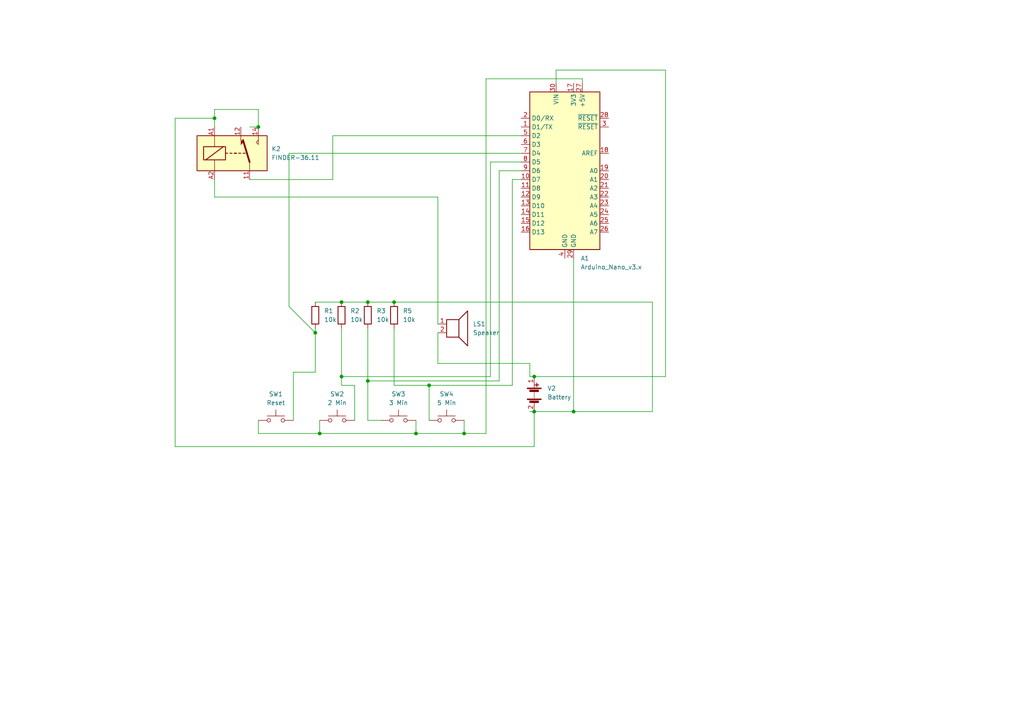
<source format=kicad_sch>
(kicad_sch (version 20211123) (generator eeschema)
  (paper "A4")
  (title_block (date "sam. 04 avril 2015"))
  (lib_symbols
    (symbol "Device:Battery" (pin_names (offset 0) hide)
      (property "Reference" "BT" (at 2.54 2.54 0))
      (property "Value" "Battery" (at 2.54 0 0))
      (symbol "Battery_0_1"
        (rectangle (start -2.032 -1.397) (end 2.032 -1.651) (fill (type outline)))
        (rectangle (start -2.032 1.778) (end 2.032 1.524) (fill (type outline)))
        (rectangle (start -1.3208 -1.9812) (end 1.27 -2.4892) (fill (type outline)))
        (rectangle (start -1.3208 1.1938) (end 1.27 0.6858) (fill (type outline)))
        (polyline (pts (xy 0 -1.524) (xy 0 -1.27)))
        (polyline (pts (xy 0 -1.016) (xy 0 -0.762)))
        (polyline (pts (xy 0 -0.508) (xy 0 -0.254)))
        (polyline (pts (xy 0 0) (xy 0 0.254)))
        (polyline (pts (xy 0 0.508) (xy 0 0.762)))
        (polyline (pts (xy 0 1.778) (xy 0 2.54)))
        (polyline (pts (xy 0.254 2.667) (xy 1.27 2.667)) (stroke (width 0.254)))
        (polyline (pts (xy 0.762 3.175) (xy 0.762 2.159)) (stroke (width 0.254)))
      )
      (symbol "Battery_1_1"
        (pin passive line (at 0 5.08 270) (length 2.54) (name "+") (number "1"))
        (pin passive line (at 0 -5.08 90) (length 2.54) (name "-") (number "2"))
      )
    )
    (symbol "Device:R" (pin_numbers hide) (pin_names (offset 0))
      (property "Reference" "R" (at 2.032 0 90))
      (property "Value" "R" (at 0 0 90))
      (symbol "R_0_1"
        (rectangle (start -1.016 -2.54) (end 1.016 2.54) (stroke (width 0.254)))
      )
      (symbol "R_1_1"
        (pin passive line (at 0 3.81 270) (length 1.27) (name "~") (number "1"))
        (pin passive line (at 0 -3.81 90) (length 1.27) (name "~") (number "2"))
      )
    )
    (symbol "Device:Speaker" (pin_names (offset 0) hide)
      (property "Reference" "LS" (at 1.27 5.715 0))
      (property "Value" "Speaker" (at 1.27 3.81 0))
      (symbol "Speaker_0_0"
        (rectangle (start -2.54 1.27) (end 1.016 -3.81) (stroke (width 0.254)))
        (polyline (pts (xy 1.016 1.27) (xy 3.556 3.81) (xy 3.556 -6.35) (xy 1.016 -3.81)) (stroke (width 0.254)))
      )
      (symbol "Speaker_1_1"
        (pin input line (at -5.08 0 0) (length 2.54) (name "1") (number "1"))
        (pin input line (at -5.08 -2.54 0) (length 2.54) (name "2") (number "2"))
      )
    )
    (symbol "MCU_Module:Arduino_Nano_v3.x"
      (property "Reference" "A" (at -10.16 23.495 0))
      (property "Value" "Arduino_Nano_v3.x" (at 5.08 -24.13 0))
      (symbol "Arduino_Nano_v3.x_0_1"
        (rectangle (start -10.16 22.86) (end 10.16 -22.86) (stroke (width 0.254)) (fill (type background)))
      )
      (symbol "Arduino_Nano_v3.x_1_1"
        (pin bidirectional line (at -12.7 12.7 0) (length 2.54) (name "D1/TX") (number "1"))
        (pin bidirectional line (at -12.7 -2.54 0) (length 2.54) (name "D7") (number "10"))
        (pin bidirectional line (at -12.7 -5.08 0) (length 2.54) (name "D8") (number "11"))
        (pin bidirectional line (at -12.7 -7.62 0) (length 2.54) (name "D9") (number "12"))
        (pin bidirectional line (at -12.7 -10.16 0) (length 2.54) (name "D10") (number "13"))
        (pin bidirectional line (at -12.7 -12.7 0) (length 2.54) (name "D11") (number "14"))
        (pin bidirectional line (at -12.7 -15.24 0) (length 2.54) (name "D12") (number "15"))
        (pin bidirectional line (at -12.7 -17.78 0) (length 2.54) (name "D13") (number "16"))
        (pin power_out line (at 2.54 25.4 270) (length 2.54) (name "3V3") (number "17"))
        (pin input line (at 12.7 5.08 180) (length 2.54) (name "AREF") (number "18"))
        (pin bidirectional line (at 12.7 0 180) (length 2.54) (name "A0") (number "19"))
        (pin bidirectional line (at -12.7 15.24 0) (length 2.54) (name "D0/RX") (number "2"))
        (pin bidirectional line (at 12.7 -2.54 180) (length 2.54) (name "A1") (number "20"))
        (pin bidirectional line (at 12.7 -5.08 180) (length 2.54) (name "A2") (number "21"))
        (pin bidirectional line (at 12.7 -7.62 180) (length 2.54) (name "A3") (number "22"))
        (pin bidirectional line (at 12.7 -10.16 180) (length 2.54) (name "A4") (number "23"))
        (pin bidirectional line (at 12.7 -12.7 180) (length 2.54) (name "A5") (number "24"))
        (pin bidirectional line (at 12.7 -15.24 180) (length 2.54) (name "A6") (number "25"))
        (pin bidirectional line (at 12.7 -17.78 180) (length 2.54) (name "A7") (number "26"))
        (pin power_out line (at 5.08 25.4 270) (length 2.54) (name "+5V") (number "27"))
        (pin input line (at 12.7 15.24 180) (length 2.54) (name "~{RESET}") (number "28"))
        (pin power_in line (at 2.54 -25.4 90) (length 2.54) (name "GND") (number "29"))
        (pin input line (at 12.7 12.7 180) (length 2.54) (name "~{RESET}") (number "3"))
        (pin power_in line (at -2.54 25.4 270) (length 2.54) (name "VIN") (number "30"))
        (pin power_in line (at 0 -25.4 90) (length 2.54) (name "GND") (number "4"))
        (pin bidirectional line (at -12.7 10.16 0) (length 2.54) (name "D2") (number "5"))
        (pin bidirectional line (at -12.7 7.62 0) (length 2.54) (name "D3") (number "6"))
        (pin bidirectional line (at -12.7 5.08 0) (length 2.54) (name "D4") (number "7"))
        (pin bidirectional line (at -12.7 2.54 0) (length 2.54) (name "D5") (number "8"))
        (pin bidirectional line (at -12.7 0 0) (length 2.54) (name "D6") (number "9"))
      )
    )
    (symbol "Relay:FINDER-36.11"
      (property "Reference" "K" (at 11.43 3.81 0))
      (property "Value" "FINDER-36.11" (at 11.43 1.27 0))
      (symbol "FINDER-36.11_0_0"
        (polyline (pts (xy 2.54 3.81) (xy 2.54 5.08)))
        (polyline (pts (xy 7.62 3.81) (xy 7.62 5.08)))
        (polyline (pts (xy 7.62 3.81) (xy 7.62 2.54) (xy 6.985 3.175) (xy 7.62 3.81)))
      )
      (symbol "FINDER-36.11_0_1"
        (rectangle (start -10.16 5.08) (end 10.16 -5.08) (stroke (width 0.254)) (fill (type background)))
        (rectangle (start -8.255 1.905) (end -1.905 -1.905) (stroke (width 0.254)))
        (polyline (pts (xy -7.62 -1.905) (xy -2.54 1.905)) (stroke (width 0.254)))
        (polyline (pts (xy -5.08 -5.08) (xy -5.08 -1.905)))
        (polyline (pts (xy -5.08 5.08) (xy -5.08 1.905)))
        (polyline (pts (xy -1.905 0) (xy -1.27 0)) (stroke (width 0.254)))
        (polyline (pts (xy -0.635 0) (xy 0 0)) (stroke (width 0.254)))
        (polyline (pts (xy 0.635 0) (xy 1.27 0)) (stroke (width 0.254)))
        (polyline (pts (xy 0.635 0) (xy 1.27 0)) (stroke (width 0.254)))
        (polyline (pts (xy 1.905 0) (xy 2.54 0)) (stroke (width 0.254)))
        (polyline (pts (xy 3.175 0) (xy 3.81 0)) (stroke (width 0.254)))
        (polyline (pts (xy 5.08 -2.54) (xy 3.175 3.81)) (stroke (width 0.508)))
        (polyline (pts (xy 5.08 -2.54) (xy 5.08 -5.08)))
        (polyline (pts (xy 2.54 2.54) (xy 3.175 3.175) (xy 2.54 3.81)) (fill (type outline)))
      )
      (symbol "FINDER-36.11_1_1"
        (pin passive line (at 5.08 -7.62 90) (length 2.54) (name "~") (number "11"))
        (pin passive line (at 2.54 7.62 270) (length 2.54) (name "~") (number "12"))
        (pin passive line (at 7.62 7.62 270) (length 2.54) (name "~") (number "14"))
        (pin passive line (at -5.08 7.62 270) (length 2.54) (name "~") (number "A1"))
        (pin passive line (at -5.08 -7.62 90) (length 2.54) (name "~") (number "A2"))
      )
    )
    (symbol "Switch:SW_Push" (pin_numbers hide) (pin_names (offset 1.016) hide)
      (property "Reference" "SW" (at 1.27 2.54 0))
      (property "Value" "SW_Push" (at 0 -1.524 0))
      (symbol "SW_Push_0_1"
        (circle (center -2.032 0) (radius 0.508))
        (polyline (pts (xy 0 1.27) (xy 0 3.048)))
        (polyline (pts (xy 2.54 1.27) (xy -2.54 1.27)))
        (circle (center 2.032 0) (radius 0.508))
        (pin passive line (at -5.08 0 0) (length 2.54) (name "1") (number "1"))
        (pin passive line (at 5.08 0 180) (length 2.54) (name "2") (number "2"))
      )
    )
  )
  (junction (at 62.23 34.29))
  (junction (at 166.37 119.38))
  (junction (at 74.93 36.83))
  (junction (at 99.06 87.63))
  (junction (at 134.62 125.73))
  (junction (at 92.71 125.73))
  (junction (at 91.44 96.52))
  (junction (at 154.94 119.38))
  (junction (at 154.94 109.22))
  (junction (at 99.06 109.22))
  (junction (at 120.65 125.73))
  (junction (at 114.3 87.63))
  (junction (at 124.46 111.76))
  (junction (at 106.68 87.63))
  (junction (at 106.68 110.49))
  (wire (pts (xy 96.52 52.07) (xy 96.52 39.37)))
  (wire (pts (xy 153.67 119.38) (xy 154.94 119.38)))
  (wire (pts (xy 106.68 87.63) (xy 114.3 87.63)))
  (wire (pts (xy 153.67 109.22) (xy 154.94 109.22)))
  (wire (pts (xy 114.3 111.76) (xy 124.46 111.76)))
  (wire (pts (xy 168.91 22.86) (xy 168.91 24.13)))
  (wire (pts (xy 62.23 34.29) (xy 62.23 36.83)))
  (wire (pts (xy 83.82 44.45) (xy 151.13 44.45)))
  (wire (pts (xy 99.06 109.22) (xy 142.24 109.22)))
  (wire (pts (xy 127 93.98) (xy 127 57.15)))
  (wire (pts (xy 91.44 87.63) (xy 99.06 87.63)))
  (wire (pts (xy 92.71 125.73) (xy 74.93 125.73)))
  (wire (pts (xy 134.62 125.73) (xy 120.65 125.73)))
  (wire (pts (xy 99.06 111.76) (xy 102.87 111.76)))
  (wire (pts (xy 142.24 46.99) (xy 151.13 46.99)))
  (wire (pts (xy 62.23 52.07) (xy 62.23 57.15)))
  (wire (pts (xy 62.23 31.75) (xy 62.23 34.29)))
  (wire (pts (xy 106.68 121.92) (xy 110.49 121.92)))
  (wire (pts (xy 91.44 95.25) (xy 91.44 96.52)))
  (wire (pts (xy 148.59 52.07) (xy 151.13 52.07)))
  (wire (pts (xy 142.24 46.99) (xy 142.24 109.22)))
  (wire (pts (xy 72.39 52.07) (xy 96.52 52.07)))
  (wire (pts (xy 154.94 119.38) (xy 166.37 119.38)))
  (wire (pts (xy 91.44 96.52) (xy 91.44 107.95)))
  (wire (pts (xy 124.46 111.76) (xy 124.46 121.92)))
  (wire (pts (xy 114.3 87.63) (xy 189.23 87.63)))
  (wire (pts (xy 140.97 125.73) (xy 134.62 125.73)))
  (wire (pts (xy 154.94 109.22) (xy 193.04 109.22)))
  (wire (pts (xy 144.78 49.53) (xy 151.13 49.53)))
  (wire (pts (xy 85.09 107.95) (xy 85.09 121.92)))
  (wire (pts (xy 189.23 87.63) (xy 189.23 119.38)))
  (wire (pts (xy 148.59 52.07) (xy 148.59 111.76)))
  (wire (pts (xy 74.93 121.92) (xy 74.93 125.73)))
  (wire (pts (xy 114.3 95.25) (xy 114.3 111.76)))
  (wire (pts (xy 106.68 110.49) (xy 144.78 110.49)))
  (wire (pts (xy 74.93 31.75) (xy 62.23 31.75)))
  (wire (pts (xy 50.8 129.54) (xy 154.94 129.54)))
  (wire (pts (xy 166.37 74.93) (xy 166.37 119.38)))
  (wire (pts (xy 140.97 22.86) (xy 140.97 125.73)))
  (wire (pts (xy 153.67 105.41) (xy 153.67 109.22)))
  (wire (pts (xy 120.65 125.73) (xy 92.71 125.73)))
  (wire (pts (xy 99.06 87.63) (xy 106.68 87.63)))
  (wire (pts (xy 124.46 111.76) (xy 148.59 111.76)))
  (wire (pts (xy 50.8 34.29) (xy 50.8 129.54)))
  (wire (pts (xy 134.62 121.92) (xy 134.62 125.73)))
  (wire (pts (xy 193.04 109.22) (xy 193.04 20.32)))
  (wire (pts (xy 62.23 34.29) (xy 50.8 34.29)))
  (wire (pts (xy 99.06 109.22) (xy 99.06 111.76)))
  (wire (pts (xy 72.39 36.83) (xy 74.93 36.83)))
  (wire (pts (xy 92.71 121.92) (xy 92.71 125.73)))
  (wire (pts (xy 154.94 129.54) (xy 154.94 119.38)))
  (wire (pts (xy 161.29 20.32) (xy 161.29 24.13)))
  (wire (pts (xy 91.44 107.95) (xy 85.09 107.95)))
  (wire (pts (xy 193.04 20.32) (xy 161.29 20.32)))
  (wire (pts (xy 96.52 39.37) (xy 151.13 39.37)))
  (wire (pts (xy 166.37 119.38) (xy 189.23 119.38)))
  (wire (pts (xy 127 96.52) (xy 127 105.41)))
  (wire (pts (xy 120.65 121.92) (xy 120.65 125.73)))
  (wire (pts (xy 102.87 111.76) (xy 102.87 121.92)))
  (wire (pts (xy 144.78 49.53) (xy 144.78 110.49)))
  (wire (pts (xy 106.68 95.25) (xy 106.68 110.49)))
  (wire (pts (xy 74.93 31.75) (xy 74.93 36.83)))
  (wire (pts (xy 106.68 110.49) (xy 106.68 121.92)))
  (wire (pts (xy 91.44 96.52) (xy 83.82 88.9)))
  (wire (pts (xy 140.97 22.86) (xy 168.91 22.86)))
  (wire (pts (xy 83.82 44.45) (xy 83.82 88.9)))
  (wire (pts (xy 127 57.15) (xy 62.23 57.15)))
  (wire (pts (xy 127 105.41) (xy 153.67 105.41)))
  (wire (pts (xy 99.06 95.25) (xy 99.06 109.22)))
  (symbol (lib_id "Switch:SW_Push") (at 115.57 121.92 0) (unit 1)
    (property "Reference" "SW3" (at 115.57 114.3 0))
    (property "Value" "3 Min" (at 115.57 116.84 0))
    (property "Footprint" "Button_Switch_THT:SW_PUSH-12mm" (effects hide))
  )
  (symbol (lib_id "Switch:SW_Push") (at 80.01 121.92 0) (unit 1)
    (property "Reference" "SW1" (at 80.01 114.3 0))
    (property "Value" "Reset" (at 80.01 116.84 0))
    (property "Footprint" "Button_Switch_THT:SW_PUSH-12mm" (effects hide))
  )
  (symbol (lib_id "Device:R") (at 91.44 91.44 0) (unit 1)
    (property "Reference" "R1" (at 93.98 90.1699 0) (effects (justify left)))
    (property "Value" "10k" (at 93.98 92.7099 0) (effects (justify left)))
    (property "Footprint" "Resistor_THT:R_Axial_DIN0204_L3.6mm_D1.6mm_P7.62mm_Horizontal" (effects hide))
  )
  (symbol (lib_id "Switch:SW_Push") (at 97.79 121.92 0) (unit 1)
    (property "Reference" "SW2" (at 97.79 114.3 0))
    (property "Value" "2 Min" (at 97.79 116.84 0))
    (property "Footprint" "Button_Switch_THT:SW_PUSH-12mm" (effects hide))
  )
  (symbol (lib_id "Device:R") (at 99.06 91.44 0) (unit 1)
    (property "Reference" "R2" (at 101.6 90.1699 0) (effects (justify left)))
    (property "Value" "10k" (at 101.6 92.7099 0) (effects (justify left)))
    (property "Footprint" "Resistor_THT:R_Axial_DIN0204_L3.6mm_D1.6mm_P7.62mm_Horizontal" (effects hide))
  )
  (symbol (lib_id "MCU_Module:Arduino_Nano_v3.x") (at 163.83 49.53 0) (unit 1)
    (property "Reference" "A1" (at 168.3894 74.93 0) (effects (justify left)))
    (property "Value" "Arduino_Nano_v3.x" (at 168.3894 77.47 0) (effects (justify left)))
    (property "Footprint" "Module:Arduino_Nano" (effects hide))
    (property "Datasheet" "http://www.mouser.com/pdfdocs/Gravitech_Arduino_Nano3_0.pdf" (effects hide))
  )
  (symbol (lib_id "Device:Battery") (at 154.94 114.3 0) (unit 1)
    (property "Reference" "V2" (at 158.75 112.6489 0) (effects (justify left)))
    (property "Value" "Battery" (at 158.75 115.1889 0) (effects (justify left)))
    (property "Footprint" "Connector_Wire:SolderWire-2.5sqmm_1x02_P7.2mm_D2.4mm_OD3.6mm" (effects hide))
  )
  (symbol (lib_id "Device:Speaker") (at 132.08 93.98 0) (unit 1)
    (property "Reference" "LS1" (at 137.16 93.9799 0) (effects (justify left)))
    (property "Value" "Speaker" (at 137.16 96.5199 0) (effects (justify left)))
    (property "Footprint" "Connector_Wago:Wago_734-132_1x02_P3.50mm_Vertical" (effects hide))
  )
  (symbol (lib_id "Device:R") (at 114.3 91.44 0) (unit 1)
    (property "Reference" "R5" (at 116.84 90.1699 0) (effects (justify left)))
    (property "Value" "10k" (at 116.84 92.7099 0) (effects (justify left)))
    (property "Footprint" "Resistor_THT:R_Axial_DIN0204_L3.6mm_D1.6mm_P7.62mm_Horizontal" (effects hide))
  )
  (symbol (lib_id "Device:R") (at 106.68 91.44 0) (unit 1)
    (property "Reference" "R3" (at 109.22 90.1699 0) (effects (justify left)))
    (property "Value" "10k" (at 109.22 92.7099 0) (effects (justify left)))
    (property "Footprint" "Resistor_THT:R_Axial_DIN0204_L3.6mm_D1.6mm_P7.62mm_Horizontal" (effects hide))
  )
  (symbol (lib_id "Relay:FINDER-36.11") (at 67.31 44.45 0) (unit 1)
    (property "Reference" "K2" (at 78.74 43.1799 0) (effects (justify left)))
    (property "Value" "FINDER-36.11" (at 78.74 45.7199 0) (effects (justify left)))
    (property "Footprint" "Relay_THT:Relay_SPDT_Finder_36.11" (effects hide))
    (property "Datasheet" "https://gfinder.findernet.com/public/attachments/36/EN/S36EN.pdf" (effects hide))
  )
  (symbol (lib_id "Switch:SW_Push") (at 129.54 121.92 0) (unit 1)
    (property "Reference" "SW4" (at 129.54 114.3 0))
    (property "Value" "5 Min" (at 129.54 116.84 0))
    (property "Footprint" "Button_Switch_THT:SW_PUSH-12mm" (effects hide))
  )
)
</source>
